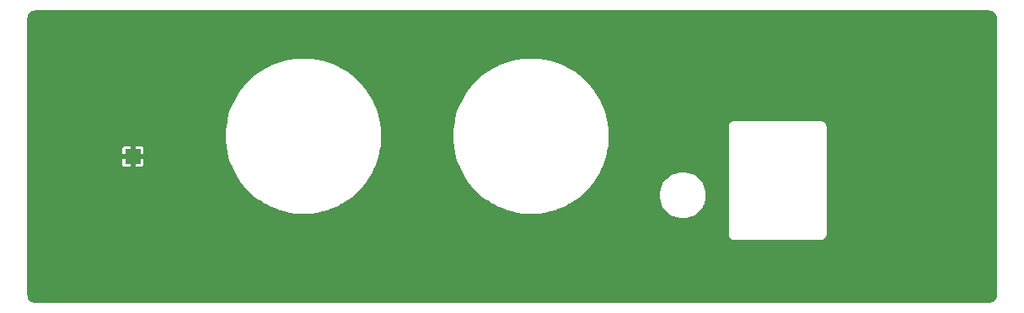
<source format=gbr>
%TF.GenerationSoftware,KiCad,Pcbnew,(6.0.11)*%
%TF.CreationDate,2023-08-23T19:51:56-07:00*%
%TF.ProjectId,miditwiddle-back,6d696469-7477-4696-9464-6c652d626163,rev?*%
%TF.SameCoordinates,PX9157080PY68799b0*%
%TF.FileFunction,Copper,L2,Bot*%
%TF.FilePolarity,Positive*%
%FSLAX46Y46*%
G04 Gerber Fmt 4.6, Leading zero omitted, Abs format (unit mm)*
G04 Created by KiCad (PCBNEW (6.0.11)) date 2023-08-23 19:51:56*
%MOMM*%
%LPD*%
G01*
G04 APERTURE LIST*
%TA.AperFunction,SMDPad,CuDef*%
%ADD10R,1.500000X1.500000*%
%TD*%
%TA.AperFunction,ViaPad*%
%ADD11C,0.600000*%
%TD*%
G04 APERTURE END LIST*
D10*
%TO.P,TP1,1,1*%
%TO.N,GND*%
X-38100000Y7950000D03*
%TD*%
D11*
%TO.N,GND*%
X-48000000Y21950000D03*
X-48000000Y-6050000D03*
X48000000Y-6050000D03*
X48000000Y21950000D03*
%TD*%
%TA.AperFunction,Conductor*%
%TO.N,GND*%
G36*
X47984142Y22642786D02*
G01*
X48000000Y22639990D01*
X48010855Y22641904D01*
X48021879Y22641904D01*
X48021879Y22640865D01*
X48034345Y22641317D01*
X48123179Y22632568D01*
X48147405Y22627749D01*
X48253973Y22595422D01*
X48276793Y22585970D01*
X48375010Y22533472D01*
X48395548Y22519749D01*
X48481634Y22449099D01*
X48499099Y22431634D01*
X48569749Y22345548D01*
X48583472Y22325010D01*
X48635970Y22226793D01*
X48645422Y22203973D01*
X48677749Y22097405D01*
X48682568Y22073179D01*
X48691317Y21984345D01*
X48690865Y21971879D01*
X48691904Y21971879D01*
X48691904Y21960855D01*
X48689990Y21950000D01*
X48691904Y21939146D01*
X48692786Y21934144D01*
X48694700Y21912264D01*
X48694700Y-6012264D01*
X48692786Y-6034142D01*
X48689990Y-6050000D01*
X48691904Y-6060855D01*
X48691904Y-6071879D01*
X48690865Y-6071879D01*
X48691317Y-6084345D01*
X48682568Y-6173179D01*
X48677749Y-6197405D01*
X48645422Y-6303973D01*
X48635970Y-6326793D01*
X48583472Y-6425010D01*
X48569749Y-6445548D01*
X48499099Y-6531634D01*
X48481634Y-6549099D01*
X48395548Y-6619749D01*
X48375010Y-6633472D01*
X48276793Y-6685970D01*
X48253973Y-6695422D01*
X48147405Y-6727749D01*
X48123179Y-6732568D01*
X48034345Y-6741317D01*
X48021879Y-6740865D01*
X48021879Y-6741904D01*
X48010855Y-6741904D01*
X48000000Y-6739990D01*
X47984142Y-6742786D01*
X47962264Y-6744700D01*
X-47962264Y-6744700D01*
X-47984142Y-6742786D01*
X-48000000Y-6739990D01*
X-48010855Y-6741904D01*
X-48021879Y-6741904D01*
X-48021879Y-6740865D01*
X-48034345Y-6741317D01*
X-48123179Y-6732568D01*
X-48147405Y-6727749D01*
X-48253973Y-6695422D01*
X-48276793Y-6685970D01*
X-48375010Y-6633472D01*
X-48395548Y-6619749D01*
X-48481634Y-6549099D01*
X-48499099Y-6531634D01*
X-48569749Y-6445548D01*
X-48583472Y-6425010D01*
X-48635970Y-6326793D01*
X-48645422Y-6303973D01*
X-48677749Y-6197405D01*
X-48682568Y-6173179D01*
X-48691317Y-6084345D01*
X-48690865Y-6071879D01*
X-48691904Y-6071879D01*
X-48691904Y-6060855D01*
X-48689990Y-6050000D01*
X-48692786Y-6034142D01*
X-48694700Y-6012264D01*
X-48694700Y100000D01*
X21759990Y100000D01*
X21761904Y89146D01*
X21761904Y89140D01*
X21763498Y80099D01*
X21763563Y79651D01*
X21763591Y79576D01*
X21763599Y79531D01*
X21763591Y79457D01*
X21764611Y72410D01*
X21764691Y71704D01*
X21762713Y71480D01*
X21762699Y71354D01*
X21764705Y71580D01*
X21774252Y-13151D01*
X21811860Y-120629D01*
X21872441Y-217043D01*
X21952957Y-297559D01*
X22049371Y-358140D01*
X22156849Y-395748D01*
X22163877Y-396540D01*
X22163886Y-396542D01*
X22188831Y-399353D01*
X22202338Y-401747D01*
X22209673Y-404673D01*
X22216068Y-405300D01*
X22232264Y-405300D01*
X22254141Y-407214D01*
X22270000Y-410010D01*
X22285858Y-407214D01*
X22307736Y-405300D01*
X31032264Y-405300D01*
X31054142Y-407214D01*
X31070000Y-410010D01*
X31080855Y-408096D01*
X31080860Y-408096D01*
X31089901Y-406502D01*
X31090349Y-406437D01*
X31090424Y-406409D01*
X31090469Y-406401D01*
X31090543Y-406409D01*
X31097590Y-405389D01*
X31098296Y-405309D01*
X31098520Y-407287D01*
X31098646Y-407301D01*
X31098420Y-405295D01*
X31176122Y-396540D01*
X31183151Y-395748D01*
X31290629Y-358140D01*
X31387043Y-297559D01*
X31467559Y-217043D01*
X31528140Y-120629D01*
X31565748Y-13151D01*
X31566540Y-6122D01*
X31566542Y-6114D01*
X31569353Y18831D01*
X31571747Y32338D01*
X31574673Y39673D01*
X31575300Y46068D01*
X31575300Y62264D01*
X31577214Y84144D01*
X31578096Y89146D01*
X31580010Y100000D01*
X31577214Y115858D01*
X31575300Y137736D01*
X31575300Y10962264D01*
X31577214Y10984144D01*
X31578096Y10989146D01*
X31580010Y11000000D01*
X31578096Y11010855D01*
X31578096Y11010860D01*
X31576502Y11019901D01*
X31576437Y11020349D01*
X31576409Y11020424D01*
X31576401Y11020469D01*
X31576409Y11020543D01*
X31575389Y11027590D01*
X31575309Y11028296D01*
X31577287Y11028520D01*
X31577301Y11028646D01*
X31575295Y11028420D01*
X31566540Y11106122D01*
X31565748Y11113151D01*
X31528140Y11220629D01*
X31467559Y11317043D01*
X31387043Y11397559D01*
X31290629Y11458140D01*
X31183151Y11495748D01*
X31176123Y11496540D01*
X31176114Y11496542D01*
X31151169Y11499353D01*
X31137662Y11501747D01*
X31130327Y11504673D01*
X31123932Y11505300D01*
X31107736Y11505300D01*
X31085859Y11507214D01*
X31070000Y11510010D01*
X31054142Y11507214D01*
X31032264Y11505300D01*
X22307736Y11505300D01*
X22285858Y11507214D01*
X22270000Y11510010D01*
X22259145Y11508096D01*
X22259140Y11508096D01*
X22250099Y11506502D01*
X22249651Y11506437D01*
X22249576Y11506409D01*
X22249531Y11506401D01*
X22249457Y11506409D01*
X22242410Y11505389D01*
X22241704Y11505309D01*
X22241480Y11507287D01*
X22241354Y11507301D01*
X22241580Y11505295D01*
X22156849Y11495748D01*
X22049371Y11458140D01*
X21952957Y11397559D01*
X21872441Y11317043D01*
X21811860Y11220629D01*
X21774252Y11113151D01*
X21773460Y11106123D01*
X21773458Y11106114D01*
X21770647Y11081169D01*
X21768253Y11067662D01*
X21765327Y11060327D01*
X21764700Y11053932D01*
X21764700Y11037736D01*
X21762786Y11015859D01*
X21759990Y11000000D01*
X21761904Y10989146D01*
X21762786Y10984144D01*
X21764700Y10962264D01*
X21764700Y137736D01*
X21762786Y115858D01*
X21759990Y100000D01*
X-48694700Y100000D01*
X-48694700Y7158448D01*
X-39154800Y7158448D01*
X-39154358Y7151003D01*
X-39152755Y7137525D01*
X-39147802Y7119505D01*
X-39110267Y7034999D01*
X-39097313Y7016151D01*
X-39033417Y6952367D01*
X-39014547Y6939446D01*
X-38929999Y6902068D01*
X-38911922Y6897140D01*
X-38898925Y6895624D01*
X-38891624Y6895200D01*
X-38372115Y6895200D01*
X-38356876Y6899675D01*
X-38355671Y6901065D01*
X-38354000Y6908748D01*
X-38354000Y6913315D01*
X-37846000Y6913315D01*
X-37841525Y6898076D01*
X-37840135Y6896871D01*
X-37832452Y6895200D01*
X-37308448Y6895200D01*
X-37301003Y6895642D01*
X-37287525Y6897245D01*
X-37269505Y6902198D01*
X-37184999Y6939733D01*
X-37166151Y6952687D01*
X-37102367Y7016583D01*
X-37089446Y7035453D01*
X-37052068Y7120001D01*
X-37047140Y7138078D01*
X-37045624Y7151075D01*
X-37045200Y7158376D01*
X-37045200Y7677885D01*
X-37049675Y7693124D01*
X-37051065Y7694329D01*
X-37058748Y7696000D01*
X-37827885Y7696000D01*
X-37843124Y7691525D01*
X-37844329Y7690135D01*
X-37846000Y7682452D01*
X-37846000Y6913315D01*
X-38354000Y6913315D01*
X-38354000Y7677885D01*
X-38358475Y7693124D01*
X-38359865Y7694329D01*
X-38367548Y7696000D01*
X-39136685Y7696000D01*
X-39151924Y7691525D01*
X-39153129Y7690135D01*
X-39154800Y7682452D01*
X-39154800Y7158448D01*
X-48694700Y7158448D01*
X-48694700Y8222115D01*
X-39154800Y8222115D01*
X-39150325Y8206876D01*
X-39148935Y8205671D01*
X-39141252Y8204000D01*
X-38372115Y8204000D01*
X-38356876Y8208475D01*
X-38355671Y8209865D01*
X-38354000Y8217548D01*
X-38354000Y8222115D01*
X-37846000Y8222115D01*
X-37841525Y8206876D01*
X-37840135Y8205671D01*
X-37832452Y8204000D01*
X-37063315Y8204000D01*
X-37048076Y8208475D01*
X-37046871Y8209865D01*
X-37045200Y8217548D01*
X-37045200Y8741552D01*
X-37045642Y8748997D01*
X-37047245Y8762475D01*
X-37052198Y8780495D01*
X-37089733Y8865001D01*
X-37102687Y8883849D01*
X-37166583Y8947633D01*
X-37185453Y8960554D01*
X-37270001Y8997932D01*
X-37288078Y9002860D01*
X-37301075Y9004376D01*
X-37308376Y9004800D01*
X-37827885Y9004800D01*
X-37843124Y9000325D01*
X-37844329Y8998935D01*
X-37846000Y8991252D01*
X-37846000Y8222115D01*
X-38354000Y8222115D01*
X-38354000Y8986685D01*
X-38358475Y9001924D01*
X-38359865Y9003129D01*
X-38367548Y9004800D01*
X-38891552Y9004800D01*
X-38898997Y9004358D01*
X-38912475Y9002755D01*
X-38930495Y8997802D01*
X-39015001Y8960267D01*
X-39033849Y8947313D01*
X-39097633Y8883417D01*
X-39110554Y8864547D01*
X-39147932Y8779999D01*
X-39152860Y8761922D01*
X-39154376Y8748925D01*
X-39154800Y8741624D01*
X-39154800Y8222115D01*
X-48694700Y8222115D01*
X-48694700Y10000000D01*
X-28765277Y10000000D01*
X-28762646Y9924659D01*
X-28746252Y9455183D01*
X-28746021Y9452988D01*
X-28692872Y8947313D01*
X-28689268Y8913020D01*
X-28594604Y8376152D01*
X-28462720Y7847196D01*
X-28294260Y7328728D01*
X-28293435Y7326687D01*
X-28293431Y7326675D01*
X-28119103Y6895200D01*
X-28090043Y6823274D01*
X-28089079Y6821298D01*
X-28089077Y6821293D01*
X-27854569Y6340482D01*
X-27851065Y6333297D01*
X-27578491Y5861184D01*
X-27577263Y5859364D01*
X-27577259Y5859357D01*
X-27495572Y5738251D01*
X-27273647Y5409234D01*
X-26938019Y4979651D01*
X-26936535Y4978003D01*
X-26574714Y4576159D01*
X-26574705Y4576149D01*
X-26573243Y4574526D01*
X-26181095Y4195833D01*
X-26179415Y4194423D01*
X-26179408Y4194417D01*
X-26012207Y4054119D01*
X-25763487Y3845418D01*
X-25761704Y3844122D01*
X-25761693Y3844114D01*
X-25364618Y3555623D01*
X-25322451Y3524987D01*
X-24860139Y3236102D01*
X-24735467Y3169813D01*
X-24472712Y3030104D01*
X-24378800Y2980170D01*
X-24376782Y2979272D01*
X-24376783Y2979272D01*
X-23882776Y2759325D01*
X-23882770Y2759323D01*
X-23880781Y2758437D01*
X-23878732Y2757691D01*
X-23878724Y2757688D01*
X-23662417Y2678959D01*
X-23368508Y2571985D01*
X-22844477Y2421722D01*
X-22311240Y2308379D01*
X-21771396Y2232509D01*
X-21769208Y2232356D01*
X-21229765Y2194634D01*
X-21229761Y2194634D01*
X-21227575Y2194481D01*
X-20682425Y2194481D01*
X-20680239Y2194634D01*
X-20680235Y2194634D01*
X-20140792Y2232356D01*
X-20138604Y2232509D01*
X-19598760Y2308379D01*
X-19065523Y2421722D01*
X-18541492Y2571985D01*
X-18247583Y2678959D01*
X-18031276Y2757688D01*
X-18031268Y2757691D01*
X-18029219Y2758437D01*
X-18027230Y2759323D01*
X-18027224Y2759325D01*
X-17533217Y2979272D01*
X-17533218Y2979272D01*
X-17531200Y2980170D01*
X-17437287Y3030104D01*
X-17174533Y3169813D01*
X-17049861Y3236102D01*
X-16587549Y3524987D01*
X-16545382Y3555623D01*
X-16148307Y3844114D01*
X-16148296Y3844122D01*
X-16146513Y3845418D01*
X-15897793Y4054119D01*
X-15730592Y4194417D01*
X-15730585Y4194423D01*
X-15728905Y4195833D01*
X-15336757Y4574526D01*
X-15335295Y4576149D01*
X-15335286Y4576159D01*
X-14973465Y4978003D01*
X-14971981Y4979651D01*
X-14636353Y5409234D01*
X-14414428Y5738251D01*
X-14332741Y5859357D01*
X-14332737Y5859364D01*
X-14331509Y5861184D01*
X-14058935Y6333297D01*
X-14055430Y6340482D01*
X-13820923Y6821293D01*
X-13820921Y6821298D01*
X-13819957Y6823274D01*
X-13790897Y6895200D01*
X-13616569Y7326675D01*
X-13616565Y7326687D01*
X-13615740Y7328728D01*
X-13447280Y7847196D01*
X-13315396Y8376152D01*
X-13220732Y8913020D01*
X-13217127Y8947313D01*
X-13163979Y9452988D01*
X-13163748Y9455183D01*
X-13144723Y10000000D01*
X-5905277Y10000000D01*
X-5902646Y9924659D01*
X-5886252Y9455183D01*
X-5886021Y9452988D01*
X-5832872Y8947313D01*
X-5829268Y8913020D01*
X-5734604Y8376152D01*
X-5602720Y7847196D01*
X-5434260Y7328728D01*
X-5433435Y7326687D01*
X-5433431Y7326675D01*
X-5259103Y6895200D01*
X-5230043Y6823274D01*
X-5229079Y6821298D01*
X-5229077Y6821293D01*
X-4994569Y6340482D01*
X-4991065Y6333297D01*
X-4718491Y5861184D01*
X-4717263Y5859364D01*
X-4717259Y5859357D01*
X-4635572Y5738251D01*
X-4413647Y5409234D01*
X-4078019Y4979651D01*
X-4076535Y4978003D01*
X-3714714Y4576159D01*
X-3714705Y4576149D01*
X-3713243Y4574526D01*
X-3321095Y4195833D01*
X-3319415Y4194423D01*
X-3319408Y4194417D01*
X-3152207Y4054119D01*
X-2903487Y3845418D01*
X-2901704Y3844122D01*
X-2901693Y3844114D01*
X-2504618Y3555623D01*
X-2462451Y3524987D01*
X-2000139Y3236102D01*
X-1875467Y3169813D01*
X-1612712Y3030104D01*
X-1518800Y2980170D01*
X-1516782Y2979272D01*
X-1516783Y2979272D01*
X-1022776Y2759325D01*
X-1022770Y2759323D01*
X-1020781Y2758437D01*
X-1018732Y2757691D01*
X-1018724Y2757688D01*
X-802417Y2678959D01*
X-508508Y2571985D01*
X15523Y2421722D01*
X548760Y2308379D01*
X1088604Y2232509D01*
X1090792Y2232356D01*
X1630235Y2194634D01*
X1630239Y2194634D01*
X1632425Y2194481D01*
X2177575Y2194481D01*
X2179761Y2194634D01*
X2179765Y2194634D01*
X2719208Y2232356D01*
X2721396Y2232509D01*
X3261240Y2308379D01*
X3794477Y2421722D01*
X4318508Y2571985D01*
X4612417Y2678959D01*
X4828724Y2757688D01*
X4828732Y2757691D01*
X4830781Y2758437D01*
X4832770Y2759323D01*
X4832776Y2759325D01*
X5326783Y2979272D01*
X5326782Y2979272D01*
X5328800Y2980170D01*
X5422713Y3030104D01*
X5685467Y3169813D01*
X5810139Y3236102D01*
X6272451Y3524987D01*
X6314618Y3555623D01*
X6711693Y3844114D01*
X6711704Y3844122D01*
X6713487Y3845418D01*
X6957298Y4050000D01*
X14834754Y4050000D01*
X14835024Y4045880D01*
X14848163Y3845418D01*
X14854518Y3748452D01*
X14855320Y3744419D01*
X14855321Y3744413D01*
X14899201Y3523817D01*
X14913474Y3452064D01*
X14914801Y3448155D01*
X14914802Y3448151D01*
X14986388Y3237266D01*
X15010611Y3165907D01*
X15144268Y2894877D01*
X15312159Y2643611D01*
X15511409Y2416409D01*
X15738611Y2217159D01*
X15989877Y2049268D01*
X15993576Y2047444D01*
X15993581Y2047441D01*
X16132691Y1978840D01*
X16260907Y1915611D01*
X16264812Y1914286D01*
X16264813Y1914285D01*
X16543151Y1819802D01*
X16543155Y1819801D01*
X16547064Y1818474D01*
X16551108Y1817670D01*
X16551114Y1817668D01*
X16839413Y1760321D01*
X16839419Y1760320D01*
X16843452Y1759518D01*
X16847557Y1759249D01*
X16847564Y1759248D01*
X17140880Y1740024D01*
X17145000Y1739754D01*
X17149120Y1740024D01*
X17442436Y1759248D01*
X17442443Y1759249D01*
X17446548Y1759518D01*
X17450581Y1760320D01*
X17450587Y1760321D01*
X17738886Y1817668D01*
X17738892Y1817670D01*
X17742936Y1818474D01*
X17746845Y1819801D01*
X17746849Y1819802D01*
X18025187Y1914285D01*
X18025188Y1914286D01*
X18029093Y1915611D01*
X18157309Y1978840D01*
X18296419Y2047441D01*
X18296424Y2047444D01*
X18300123Y2049268D01*
X18551389Y2217159D01*
X18778591Y2416409D01*
X18977841Y2643611D01*
X19145732Y2894877D01*
X19279389Y3165907D01*
X19303612Y3237266D01*
X19375198Y3448151D01*
X19375199Y3448155D01*
X19376526Y3452064D01*
X19390799Y3523817D01*
X19434679Y3744413D01*
X19434680Y3744419D01*
X19435482Y3748452D01*
X19441838Y3845418D01*
X19454976Y4045880D01*
X19455246Y4050000D01*
X19452488Y4092078D01*
X19435752Y4347436D01*
X19435751Y4347443D01*
X19435482Y4351548D01*
X19395282Y4553648D01*
X19377332Y4643886D01*
X19377330Y4643892D01*
X19376526Y4647936D01*
X19318330Y4819378D01*
X19280715Y4930187D01*
X19280714Y4930188D01*
X19279389Y4934093D01*
X19145732Y5205123D01*
X18977841Y5456389D01*
X18778591Y5683591D01*
X18551389Y5882841D01*
X18300123Y6050732D01*
X18296424Y6052556D01*
X18296419Y6052559D01*
X18109195Y6144887D01*
X18029093Y6184389D01*
X18025187Y6185715D01*
X17746849Y6280198D01*
X17746845Y6280199D01*
X17742936Y6281526D01*
X17738892Y6282330D01*
X17738886Y6282332D01*
X17450587Y6339679D01*
X17450581Y6339680D01*
X17446548Y6340482D01*
X17442443Y6340751D01*
X17442436Y6340752D01*
X17149120Y6359976D01*
X17145000Y6360246D01*
X17140880Y6359976D01*
X16847564Y6340752D01*
X16847557Y6340751D01*
X16843452Y6340482D01*
X16839419Y6339680D01*
X16839413Y6339679D01*
X16551114Y6282332D01*
X16551108Y6282330D01*
X16547064Y6281526D01*
X16543155Y6280199D01*
X16543151Y6280198D01*
X16264813Y6185715D01*
X16260907Y6184389D01*
X16180805Y6144887D01*
X15993581Y6052559D01*
X15993576Y6052556D01*
X15989877Y6050732D01*
X15738611Y5882841D01*
X15511409Y5683591D01*
X15312159Y5456389D01*
X15144268Y5205123D01*
X15010611Y4934093D01*
X15009286Y4930188D01*
X15009285Y4930187D01*
X14971671Y4819378D01*
X14913474Y4647936D01*
X14912670Y4643892D01*
X14912668Y4643886D01*
X14893094Y4545482D01*
X14854518Y4351548D01*
X14837662Y4094362D01*
X14834754Y4050000D01*
X6957298Y4050000D01*
X6962207Y4054119D01*
X7129408Y4194417D01*
X7129415Y4194423D01*
X7131095Y4195833D01*
X7523243Y4574526D01*
X7524705Y4576149D01*
X7524714Y4576159D01*
X7886535Y4978003D01*
X7888019Y4979651D01*
X8223647Y5409234D01*
X8445572Y5738251D01*
X8527259Y5859357D01*
X8527263Y5859364D01*
X8528491Y5861184D01*
X8801065Y6333297D01*
X8804570Y6340482D01*
X9039077Y6821293D01*
X9039079Y6821298D01*
X9040043Y6823274D01*
X9069103Y6895200D01*
X9243431Y7326675D01*
X9243435Y7326687D01*
X9244260Y7328728D01*
X9412720Y7847196D01*
X9544604Y8376152D01*
X9639268Y8913020D01*
X9642873Y8947313D01*
X9696021Y9452988D01*
X9696252Y9455183D01*
X9715277Y10000000D01*
X9696252Y10544817D01*
X9647269Y11010860D01*
X9639498Y11084794D01*
X9639497Y11084801D01*
X9639268Y11086980D01*
X9573411Y11460477D01*
X9544986Y11621683D01*
X9544985Y11621690D01*
X9544604Y11623848D01*
X9412720Y12152804D01*
X9244260Y12671272D01*
X9085849Y13063354D01*
X9040871Y13174677D01*
X9040869Y13174681D01*
X9040043Y13176726D01*
X8898919Y13466073D01*
X8802035Y13664715D01*
X8802030Y13664724D01*
X8801065Y13666703D01*
X8528491Y14138816D01*
X8223647Y14590766D01*
X7888019Y15020349D01*
X7732700Y15192848D01*
X7524714Y15423841D01*
X7524705Y15423851D01*
X7523243Y15425474D01*
X7131095Y15804167D01*
X7129415Y15805577D01*
X7129408Y15805583D01*
X6715183Y16153159D01*
X6715181Y16153161D01*
X6713487Y16154582D01*
X6711704Y16155878D01*
X6711693Y16155886D01*
X6274239Y16473714D01*
X6274238Y16473715D01*
X6272451Y16475013D01*
X5810139Y16763898D01*
X5328800Y17019830D01*
X5043130Y17147019D01*
X4832776Y17240675D01*
X4832770Y17240677D01*
X4830781Y17241563D01*
X4828732Y17242309D01*
X4828724Y17242312D01*
X4320582Y17427260D01*
X4318508Y17428015D01*
X3794477Y17578278D01*
X3261240Y17691621D01*
X2721396Y17767491D01*
X2714668Y17767961D01*
X2179765Y17805366D01*
X2179761Y17805366D01*
X2177575Y17805519D01*
X1632425Y17805519D01*
X1630239Y17805366D01*
X1630235Y17805366D01*
X1095332Y17767961D01*
X1088604Y17767491D01*
X548760Y17691621D01*
X15523Y17578278D01*
X-508508Y17428015D01*
X-510582Y17427260D01*
X-1018724Y17242312D01*
X-1018732Y17242309D01*
X-1020781Y17241563D01*
X-1022770Y17240677D01*
X-1022776Y17240675D01*
X-1233130Y17147019D01*
X-1518800Y17019830D01*
X-2000138Y16763898D01*
X-2462451Y16475013D01*
X-2464238Y16473715D01*
X-2464239Y16473714D01*
X-2901693Y16155886D01*
X-2901704Y16155878D01*
X-2903487Y16154582D01*
X-2905181Y16153161D01*
X-2905183Y16153159D01*
X-3319408Y15805583D01*
X-3319415Y15805577D01*
X-3321095Y15804167D01*
X-3713243Y15425474D01*
X-3714705Y15423851D01*
X-3714714Y15423841D01*
X-3922700Y15192848D01*
X-4078019Y15020349D01*
X-4413647Y14590766D01*
X-4718491Y14138816D01*
X-4991065Y13666703D01*
X-4992030Y13664724D01*
X-4992035Y13664715D01*
X-5088919Y13466073D01*
X-5230043Y13176726D01*
X-5230869Y13174681D01*
X-5230871Y13174677D01*
X-5275848Y13063354D01*
X-5434260Y12671272D01*
X-5602720Y12152804D01*
X-5734604Y11623848D01*
X-5734985Y11621690D01*
X-5734986Y11621683D01*
X-5763411Y11460477D01*
X-5829268Y11086980D01*
X-5829497Y11084801D01*
X-5829498Y11084794D01*
X-5837269Y11010860D01*
X-5886252Y10544817D01*
X-5905277Y10000000D01*
X-13144723Y10000000D01*
X-13163748Y10544817D01*
X-13212731Y11010860D01*
X-13220502Y11084794D01*
X-13220503Y11084801D01*
X-13220732Y11086980D01*
X-13286589Y11460477D01*
X-13315014Y11621683D01*
X-13315015Y11621690D01*
X-13315396Y11623848D01*
X-13447280Y12152804D01*
X-13615740Y12671272D01*
X-13774151Y13063354D01*
X-13819129Y13174677D01*
X-13819131Y13174681D01*
X-13819957Y13176726D01*
X-13961081Y13466073D01*
X-14057965Y13664715D01*
X-14057970Y13664724D01*
X-14058935Y13666703D01*
X-14331509Y14138816D01*
X-14636353Y14590766D01*
X-14971981Y15020349D01*
X-15127300Y15192848D01*
X-15335286Y15423841D01*
X-15335295Y15423851D01*
X-15336757Y15425474D01*
X-15728905Y15804167D01*
X-15730585Y15805577D01*
X-15730592Y15805583D01*
X-16144817Y16153159D01*
X-16144819Y16153161D01*
X-16146513Y16154582D01*
X-16148296Y16155878D01*
X-16148307Y16155886D01*
X-16585761Y16473714D01*
X-16585762Y16473715D01*
X-16587549Y16475013D01*
X-17049861Y16763898D01*
X-17531200Y17019830D01*
X-17816870Y17147019D01*
X-18027224Y17240675D01*
X-18027230Y17240677D01*
X-18029219Y17241563D01*
X-18031268Y17242309D01*
X-18031276Y17242312D01*
X-18539418Y17427260D01*
X-18541492Y17428015D01*
X-19065523Y17578278D01*
X-19598760Y17691621D01*
X-20138604Y17767491D01*
X-20145332Y17767961D01*
X-20680235Y17805366D01*
X-20680239Y17805366D01*
X-20682425Y17805519D01*
X-21227575Y17805519D01*
X-21229761Y17805366D01*
X-21229765Y17805366D01*
X-21764668Y17767961D01*
X-21771396Y17767491D01*
X-22311240Y17691621D01*
X-22844477Y17578278D01*
X-23368508Y17428015D01*
X-23370582Y17427260D01*
X-23878724Y17242312D01*
X-23878732Y17242309D01*
X-23880781Y17241563D01*
X-23882770Y17240677D01*
X-23882776Y17240675D01*
X-24093130Y17147019D01*
X-24378800Y17019830D01*
X-24860138Y16763898D01*
X-25322451Y16475013D01*
X-25324238Y16473715D01*
X-25324239Y16473714D01*
X-25761693Y16155886D01*
X-25761704Y16155878D01*
X-25763487Y16154582D01*
X-25765181Y16153161D01*
X-25765183Y16153159D01*
X-26179408Y15805583D01*
X-26179415Y15805577D01*
X-26181095Y15804167D01*
X-26573243Y15425474D01*
X-26574705Y15423851D01*
X-26574714Y15423841D01*
X-26782700Y15192848D01*
X-26938019Y15020349D01*
X-27273647Y14590766D01*
X-27578491Y14138816D01*
X-27851065Y13666703D01*
X-27852030Y13664724D01*
X-27852035Y13664715D01*
X-27948919Y13466073D01*
X-28090043Y13176726D01*
X-28090869Y13174681D01*
X-28090871Y13174677D01*
X-28135848Y13063354D01*
X-28294260Y12671272D01*
X-28462720Y12152804D01*
X-28594604Y11623848D01*
X-28594985Y11621690D01*
X-28594986Y11621683D01*
X-28623411Y11460477D01*
X-28689268Y11086980D01*
X-28689497Y11084801D01*
X-28689498Y11084794D01*
X-28697269Y11010860D01*
X-28746252Y10544817D01*
X-28765277Y10000000D01*
X-48694700Y10000000D01*
X-48694700Y21912264D01*
X-48692786Y21934144D01*
X-48691904Y21939146D01*
X-48689990Y21950000D01*
X-48691904Y21960855D01*
X-48691904Y21971879D01*
X-48690865Y21971879D01*
X-48691317Y21984345D01*
X-48682568Y22073179D01*
X-48677749Y22097405D01*
X-48645422Y22203973D01*
X-48635970Y22226793D01*
X-48583472Y22325010D01*
X-48569749Y22345548D01*
X-48499099Y22431634D01*
X-48481634Y22449099D01*
X-48395548Y22519749D01*
X-48375010Y22533472D01*
X-48276793Y22585970D01*
X-48253973Y22595422D01*
X-48147405Y22627749D01*
X-48123179Y22632568D01*
X-48034345Y22641317D01*
X-48021879Y22640865D01*
X-48021879Y22641904D01*
X-48010855Y22641904D01*
X-48000000Y22639990D01*
X-47984142Y22642786D01*
X-47962264Y22644700D01*
X47962264Y22644700D01*
X47984142Y22642786D01*
G37*
%TD.AperFunction*%
%TD*%
M02*

</source>
